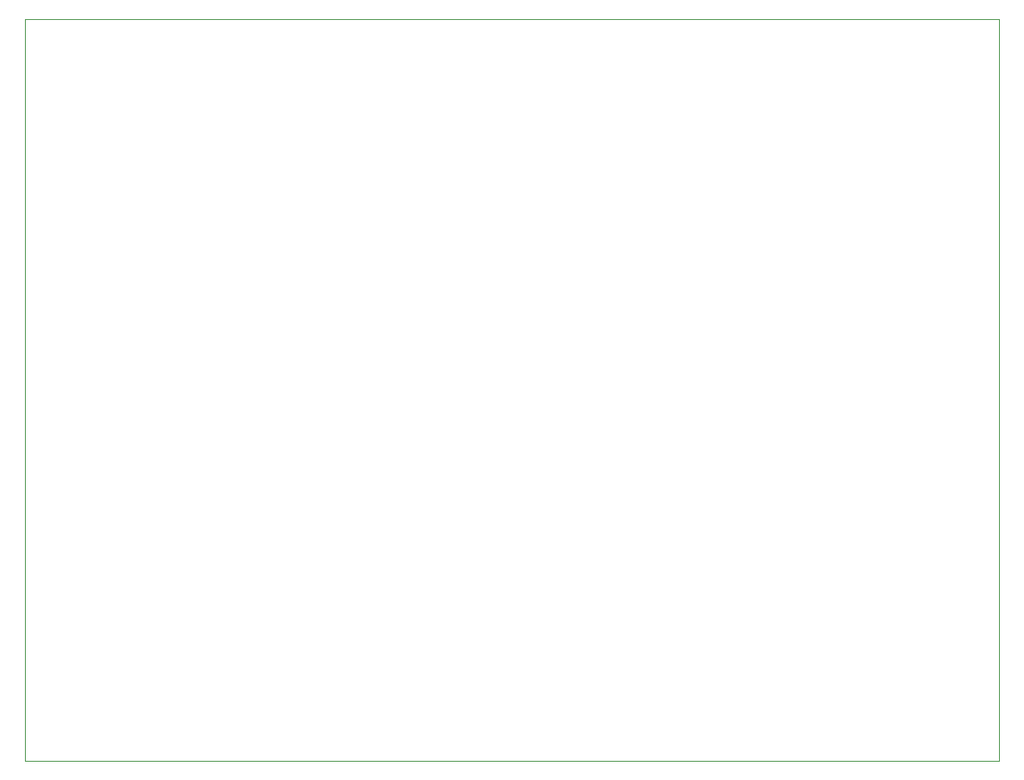
<source format=gm1>
G04 #@! TF.GenerationSoftware,KiCad,Pcbnew,9.0.2*
G04 #@! TF.CreationDate,2026-02-09T22:21:52+09:00*
G04 #@! TF.ProjectId,EMUZ80_RP2040,454d555a-3830-45f5-9250-323034302e6b,Rev001*
G04 #@! TF.SameCoordinates,Original*
G04 #@! TF.FileFunction,Profile,NP*
%FSLAX46Y46*%
G04 Gerber Fmt 4.6, Leading zero omitted, Abs format (unit mm)*
G04 Created by KiCad (PCBNEW 9.0.2) date 2026-02-09 22:21:52*
%MOMM*%
%LPD*%
G01*
G04 APERTURE LIST*
G04 #@! TA.AperFunction,Profile*
%ADD10C,0.100000*%
G04 #@! TD*
G04 APERTURE END LIST*
D10*
X103385000Y-142270000D02*
X103385000Y-66705000D01*
X202445000Y-66705000D02*
X202445000Y-142270000D01*
X202445000Y-142270000D02*
X103385000Y-142270000D01*
X202445000Y-66705000D02*
X103385000Y-66705000D01*
M02*

</source>
